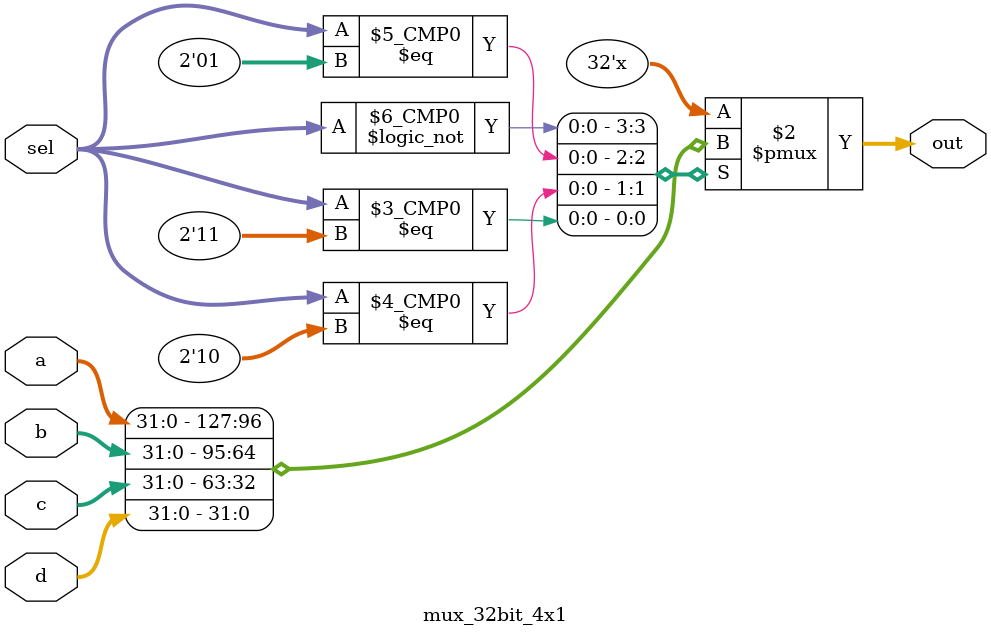
<source format=sv>
module mux_32bit_4x1 (
   input  logic [W-1:0] a,
   input  logic [W-1:0] b,
   input  logic [W-1:0] c,
   input  logic [W-1:0] d,
   input  logic [1:0]   sel,

   output logic [W-1:0] out
);
parameter W = 32;
always @(*) begin
   case (sel)
      2'b00:  out = a;
      2'b01:  out = b;
      2'b10:  out = c;
      2'b11:  out = d;
   endcase
end
endmodule

</source>
